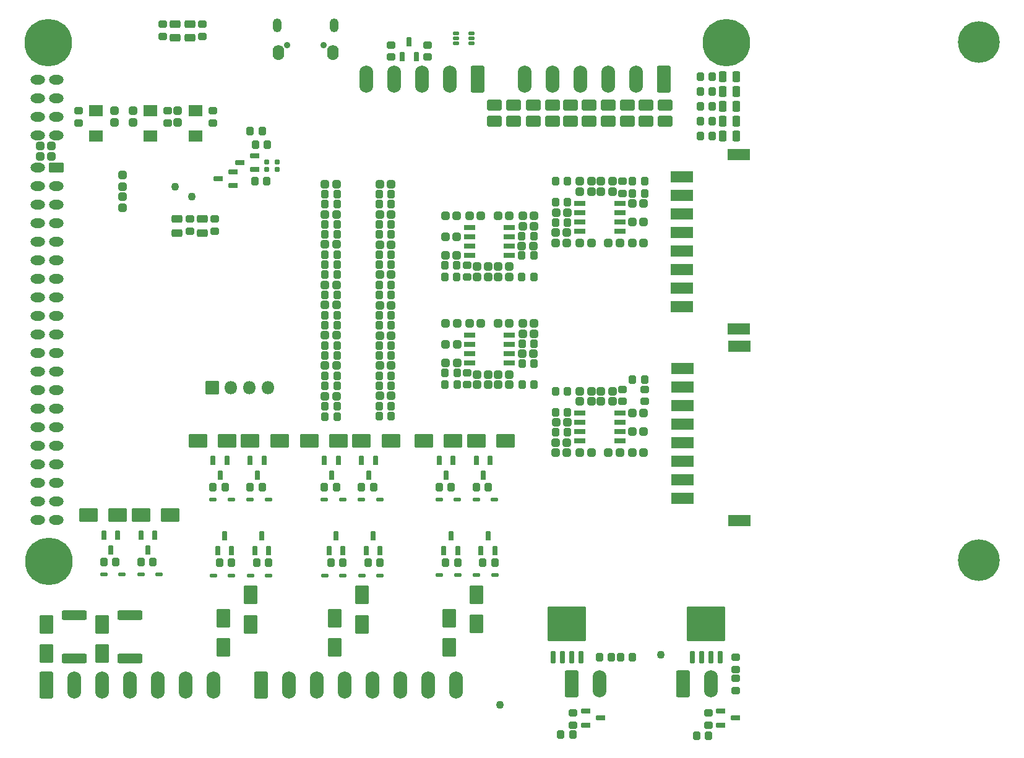
<source format=gbr>
%TF.GenerationSoftware,KiCad,Pcbnew,8.0.4*%
%TF.CreationDate,2024-10-07T12:30:42+07:00*%
%TF.ProjectId,System_Control,53797374-656d-45f4-936f-6e74726f6c2e,rev?*%
%TF.SameCoordinates,Original*%
%TF.FileFunction,Soldermask,Bot*%
%TF.FilePolarity,Negative*%
%FSLAX46Y46*%
G04 Gerber Fmt 4.6, Leading zero omitted, Abs format (unit mm)*
G04 Created by KiCad (PCBNEW 8.0.4) date 2024-10-07 12:30:42*
%MOMM*%
%LPD*%
G01*
G04 APERTURE LIST*
G04 Aperture macros list*
%AMRoundRect*
0 Rectangle with rounded corners*
0 $1 Rounding radius*
0 $2 $3 $4 $5 $6 $7 $8 $9 X,Y pos of 4 corners*
0 Add a 4 corners polygon primitive as box body*
4,1,4,$2,$3,$4,$5,$6,$7,$8,$9,$2,$3,0*
0 Add four circle primitives for the rounded corners*
1,1,$1+$1,$2,$3*
1,1,$1+$1,$4,$5*
1,1,$1+$1,$6,$7*
1,1,$1+$1,$8,$9*
0 Add four rect primitives between the rounded corners*
20,1,$1+$1,$2,$3,$4,$5,0*
20,1,$1+$1,$4,$5,$6,$7,0*
20,1,$1+$1,$6,$7,$8,$9,0*
20,1,$1+$1,$8,$9,$2,$3,0*%
G04 Aperture macros list end*
%ADD10O,0.901600X0.901600*%
%ADD11O,1.251600X1.901600*%
%ADD12O,1.551600X2.101600*%
%ADD13RoundRect,0.264111X0.686689X1.586689X-0.686689X1.586689X-0.686689X-1.586689X0.686689X-1.586689X0*%
%ADD14O,1.901600X3.701600*%
%ADD15RoundRect,0.264111X-0.686689X-1.586689X0.686689X-1.586689X0.686689X1.586689X-0.686689X1.586689X0*%
%ADD16C,0.901600*%
%ADD17C,6.501600*%
%ADD18C,3.701600*%
%ADD19C,5.701600*%
%ADD20RoundRect,0.050800X0.950000X0.600000X-0.950000X0.600000X-0.950000X-0.600000X0.950000X-0.600000X0*%
%ADD21O,2.001600X1.301600*%
%ADD22RoundRect,0.251000X0.251000X0.326000X-0.251000X0.326000X-0.251000X-0.326000X0.251000X-0.326000X0*%
%ADD23RoundRect,0.264111X0.686689X-1.036689X0.686689X1.036689X-0.686689X1.036689X-0.686689X-1.036689X0*%
%ADD24RoundRect,0.050800X-0.266700X-0.584200X0.266700X-0.584200X0.266700X0.584200X-0.266700X0.584200X0*%
%ADD25RoundRect,0.269150X-0.481650X0.269150X-0.481650X-0.269150X0.481650X-0.269150X0.481650X0.269150X0*%
%ADD26RoundRect,0.251000X-0.251000X-0.326000X0.251000X-0.326000X0.251000X0.326000X-0.251000X0.326000X0*%
%ADD27RoundRect,0.276000X0.276000X0.301000X-0.276000X0.301000X-0.276000X-0.301000X0.276000X-0.301000X0*%
%ADD28RoundRect,0.264111X-1.036689X-0.686689X1.036689X-0.686689X1.036689X0.686689X-1.036689X0.686689X0*%
%ADD29RoundRect,0.276000X-0.301000X0.276000X-0.301000X-0.276000X0.301000X-0.276000X0.301000X0.276000X0*%
%ADD30RoundRect,0.251000X-0.326000X0.251000X-0.326000X-0.251000X0.326000X-0.251000X0.326000X0.251000X0*%
%ADD31RoundRect,0.160400X-0.210400X0.160400X-0.210400X-0.160400X0.210400X-0.160400X0.210400X0.160400X0*%
%ADD32RoundRect,0.050800X0.266700X0.584200X-0.266700X0.584200X-0.266700X-0.584200X0.266700X-0.584200X0*%
%ADD33RoundRect,0.050800X0.730250X0.266700X-0.730250X0.266700X-0.730250X-0.266700X0.730250X-0.266700X0*%
%ADD34RoundRect,0.276000X-0.276000X-0.301000X0.276000X-0.301000X0.276000X0.301000X-0.276000X0.301000X0*%
%ADD35RoundRect,0.259080X-0.747920X-0.502920X0.747920X-0.502920X0.747920X0.502920X-0.747920X0.502920X0*%
%ADD36RoundRect,0.259080X0.747920X0.502920X-0.747920X0.502920X-0.747920X-0.502920X0.747920X-0.502920X0*%
%ADD37RoundRect,0.050800X0.457200X-0.177800X0.457200X0.177800X-0.457200X0.177800X-0.457200X-0.177800X0*%
%ADD38RoundRect,0.251000X0.326000X-0.251000X0.326000X0.251000X-0.326000X0.251000X-0.326000X-0.251000X0*%
%ADD39RoundRect,0.050800X-0.457200X0.177800X-0.457200X-0.177800X0.457200X-0.177800X0.457200X0.177800X0*%
%ADD40RoundRect,0.269150X-0.269150X-0.481650X0.269150X-0.481650X0.269150X0.481650X-0.269150X0.481650X0*%
%ADD41C,1.101600*%
%ADD42RoundRect,0.270735X-1.455065X0.392565X-1.455065X-0.392565X1.455065X-0.392565X1.455065X0.392565X0*%
%ADD43RoundRect,0.050800X-0.584200X0.266700X-0.584200X-0.266700X0.584200X-0.266700X0.584200X0.266700X0*%
%ADD44RoundRect,0.050800X0.368300X0.177800X-0.368300X0.177800X-0.368300X-0.177800X0.368300X-0.177800X0*%
%ADD45RoundRect,0.264111X1.036689X0.686689X-1.036689X0.686689X-1.036689X-0.686689X1.036689X-0.686689X0*%
%ADD46RoundRect,0.050800X0.266700X0.762000X-0.266700X0.762000X-0.266700X-0.762000X0.266700X-0.762000X0*%
%ADD47RoundRect,0.050800X2.565400X2.324100X-2.565400X2.324100X-2.565400X-2.324100X2.565400X-2.324100X0*%
%ADD48RoundRect,0.276000X0.301000X-0.276000X0.301000X0.276000X-0.301000X0.276000X-0.301000X-0.276000X0*%
%ADD49RoundRect,0.269150X0.269150X0.481650X-0.269150X0.481650X-0.269150X-0.481650X0.269150X-0.481650X0*%
%ADD50RoundRect,0.050800X-0.730250X-0.266700X0.730250X-0.266700X0.730250X0.266700X-0.730250X0.266700X0*%
%ADD51RoundRect,0.050800X0.584200X-0.266700X0.584200X0.266700X-0.584200X0.266700X-0.584200X-0.266700X0*%
%ADD52RoundRect,0.050800X-1.500000X0.700000X-1.500000X-0.700000X1.500000X-0.700000X1.500000X0.700000X0*%
%ADD53RoundRect,0.050800X-1.500000X0.750000X-1.500000X-0.750000X1.500000X-0.750000X1.500000X0.750000X0*%
%ADD54RoundRect,0.050800X0.850000X-0.750000X0.850000X0.750000X-0.850000X0.750000X-0.850000X-0.750000X0*%
%ADD55RoundRect,0.050800X-0.850000X0.750000X-0.850000X-0.750000X0.850000X-0.750000X0.850000X0.750000X0*%
%ADD56RoundRect,0.050800X-0.850000X0.850000X-0.850000X-0.850000X0.850000X-0.850000X0.850000X0.850000X0*%
%ADD57O,1.801600X1.801600*%
G04 APERTURE END LIST*
D10*
%TO.C,J2*%
X193350600Y-93444000D03*
X188350600Y-93444000D03*
D11*
X194725600Y-90694000D03*
D12*
X194575600Y-94494000D03*
X187125600Y-94494000D03*
D11*
X186975600Y-90694000D03*
%TD*%
D13*
%TO.C,J3*%
X214421800Y-98141201D03*
D14*
X210611800Y-98141201D03*
X206801800Y-98141201D03*
X202991800Y-98141201D03*
X199181800Y-98141201D03*
%TD*%
D13*
%TO.C,J1*%
X239872600Y-98129000D03*
D14*
X236062600Y-98129000D03*
X232252600Y-98129000D03*
X228442600Y-98129000D03*
X224632600Y-98129000D03*
X220822600Y-98129000D03*
%TD*%
D15*
%TO.C,J9*%
X184785000Y-181051200D03*
D14*
X188595000Y-181051200D03*
X192405000Y-181051200D03*
X196215000Y-181051200D03*
X200025000Y-181051200D03*
X203835000Y-181051200D03*
X207645000Y-181051200D03*
X211455000Y-181051200D03*
%TD*%
D16*
%TO.C,H1*%
X246005400Y-93116600D03*
X246708344Y-91419544D03*
X246708344Y-94813656D03*
X248405400Y-90716600D03*
D17*
X248405400Y-93116600D03*
D16*
X248405400Y-95516600D03*
X250102456Y-91419544D03*
X250102456Y-94813656D03*
X250805400Y-93116600D03*
%TD*%
D15*
%TO.C,J4*%
X242474800Y-180889400D03*
D14*
X246284800Y-180889400D03*
%TD*%
D15*
%TO.C,J10*%
X155346400Y-181051200D03*
D14*
X159156400Y-181051200D03*
X162966400Y-181051200D03*
X166776400Y-181051200D03*
X170586400Y-181051200D03*
X174396400Y-181051200D03*
X178206400Y-181051200D03*
%TD*%
D15*
%TO.C,J6*%
X227260200Y-180889400D03*
D14*
X231070200Y-180889400D03*
%TD*%
D18*
%TO.C,U4*%
X282979800Y-92986600D03*
D19*
X282979800Y-92986600D03*
D18*
X282979800Y-163986600D03*
D19*
X282979800Y-163986600D03*
D16*
X153221800Y-93116600D03*
X153321800Y-164116600D03*
X153924744Y-91419544D03*
X153924744Y-94813656D03*
X154024744Y-162419544D03*
X154024744Y-165813656D03*
X155621800Y-90716600D03*
D17*
X155621800Y-93116600D03*
D16*
X155621800Y-95516600D03*
X155721800Y-161716600D03*
D17*
X155721800Y-164116600D03*
D16*
X155721800Y-166516600D03*
D20*
X156749800Y-110226600D03*
D16*
X157318856Y-91419544D03*
X157318856Y-94813656D03*
X157418856Y-162419544D03*
X157418856Y-165813656D03*
X158021800Y-93116600D03*
X158121800Y-164116600D03*
D21*
X156749800Y-98186600D03*
X154209800Y-110226600D03*
X154209800Y-98186600D03*
X156749800Y-112766600D03*
X156749800Y-100726600D03*
X154209800Y-112766600D03*
X154209800Y-100726600D03*
X156749800Y-115306600D03*
X156749800Y-103266600D03*
X154209800Y-115306600D03*
X154209800Y-103266600D03*
X156749800Y-117846600D03*
X156749800Y-105806600D03*
X154209800Y-117846600D03*
X154209800Y-105806600D03*
X156749800Y-120386600D03*
X154209800Y-120386600D03*
X156749800Y-122926600D03*
X154209800Y-122926600D03*
X156749800Y-125466600D03*
X154209800Y-125466600D03*
X156749800Y-128006600D03*
X154209800Y-128006600D03*
X156749800Y-130546600D03*
X154209800Y-130546600D03*
X156749800Y-133086600D03*
X154209800Y-133086600D03*
X156749800Y-135626600D03*
X154209800Y-135626600D03*
X156749800Y-138166600D03*
X154209800Y-138166600D03*
X156749800Y-140706600D03*
X154209800Y-140706600D03*
X156749800Y-143246600D03*
X154209800Y-143246600D03*
X156749800Y-145786600D03*
X154209800Y-145786600D03*
X156749800Y-148326600D03*
X154209800Y-148326600D03*
X156749800Y-150866600D03*
X154209800Y-150866600D03*
X156749800Y-153406600D03*
X154209800Y-153406600D03*
X156749800Y-155946600D03*
X154209800Y-155946600D03*
X156749800Y-158486600D03*
X154209800Y-158486600D03*
%TD*%
D22*
%TO.C,R106*%
X195153000Y-138710000D03*
X193503000Y-138710000D03*
%TD*%
D23*
%TO.C,D50*%
X194817400Y-171911798D03*
X194817400Y-175911798D03*
%TD*%
D24*
%TO.C,Q9*%
X214203600Y-150314200D03*
X216103602Y-150314200D03*
X215153601Y-152346200D03*
%TD*%
D25*
%TO.C,D10*%
X173285200Y-117264700D03*
X173285200Y-119139700D03*
%TD*%
D26*
%TO.C,R69*%
X225026000Y-114990000D03*
X226676000Y-114990000D03*
%TD*%
D24*
%TO.C,Q17*%
X198507400Y-150333599D03*
X200407402Y-150333599D03*
X199457401Y-152365599D03*
%TD*%
D27*
%TO.C,C134*%
X214834850Y-131576200D03*
X213284850Y-131576200D03*
%TD*%
D26*
%TO.C,R87*%
X193503000Y-115228600D03*
X195153000Y-115228600D03*
%TD*%
%TO.C,R94*%
X200895400Y-126279400D03*
X202545400Y-126279400D03*
%TD*%
%TO.C,R141*%
X214203600Y-153946400D03*
X215853600Y-153946400D03*
%TD*%
D28*
%TO.C,D22*%
X211023602Y-147590000D03*
X207023602Y-147590000D03*
%TD*%
D22*
%TO.C,R115*%
X202545400Y-131814800D03*
X200895400Y-131814800D03*
%TD*%
D29*
%TO.C,C33*%
X164674600Y-102454200D03*
X164674600Y-104004200D03*
%TD*%
D22*
%TO.C,R107*%
X202545400Y-135955000D03*
X200895400Y-135955000D03*
%TD*%
D27*
%TO.C,C82*%
X237116000Y-149241000D03*
X235566000Y-149241000D03*
%TD*%
D22*
%TO.C,R76*%
X211564000Y-139932800D03*
X209914000Y-139932800D03*
%TD*%
%TO.C,R96*%
X195153000Y-117983600D03*
X193503000Y-117983600D03*
%TD*%
D30*
%TO.C,R62*%
X212937175Y-123549800D03*
X212937175Y-125199800D03*
%TD*%
%TO.C,R7*%
X176726000Y-90569300D03*
X176726000Y-92219300D03*
%TD*%
D22*
%TO.C,R58*%
X211550600Y-125199800D03*
X209900600Y-125199800D03*
%TD*%
D26*
%TO.C,R2*%
X244838000Y-97729800D03*
X246488000Y-97729800D03*
%TD*%
D22*
%TO.C,R40*%
X226676000Y-140859000D03*
X225026000Y-140859000D03*
%TD*%
D31*
%TO.C,R14*%
X185528000Y-109462600D03*
X185528000Y-110482600D03*
%TD*%
D22*
%TO.C,R136*%
X180727400Y-164315000D03*
X179077400Y-164315000D03*
%TD*%
D32*
%TO.C,Q7*%
X211663600Y-162709400D03*
X209763598Y-162709400D03*
X210713599Y-160677400D03*
%TD*%
D33*
%TO.C,U10*%
X218733150Y-133176400D03*
X218733150Y-134446400D03*
X218733150Y-135716400D03*
X218733150Y-136986400D03*
X213284850Y-136986400D03*
X213284850Y-135716400D03*
X213284850Y-134446400D03*
X213284850Y-133176400D03*
%TD*%
D26*
%TO.C,R1*%
X244838000Y-103825800D03*
X246488000Y-103825800D03*
%TD*%
D34*
%TO.C,C58*%
X225126000Y-145100800D03*
X226676000Y-145100800D03*
%TD*%
D26*
%TO.C,R110*%
X200895400Y-117999000D03*
X202545400Y-117999000D03*
%TD*%
D35*
%TO.C,C4*%
X232252600Y-103865300D03*
X234852600Y-103865300D03*
%TD*%
D26*
%TO.C,R5*%
X244838000Y-105857800D03*
X246488000Y-105857800D03*
%TD*%
D36*
%TO.C,C7*%
X229671400Y-103865300D03*
X227071400Y-103865300D03*
%TD*%
D34*
%TO.C,C130*%
X210014000Y-131576200D03*
X211564000Y-131576200D03*
%TD*%
%TO.C,C45*%
X220540600Y-116779800D03*
X222090600Y-116779800D03*
%TD*%
D26*
%TO.C,R50*%
X220440600Y-119587400D03*
X222090600Y-119587400D03*
%TD*%
D22*
%TO.C,R17*%
X185616000Y-107038000D03*
X183966000Y-107038000D03*
%TD*%
D36*
%TO.C,C3*%
X224632600Y-101630100D03*
X222032600Y-101630100D03*
%TD*%
D32*
%TO.C,Q15*%
X195967400Y-162728400D03*
X194067398Y-162728400D03*
X195017399Y-160696400D03*
%TD*%
D26*
%TO.C,R161*%
X193427400Y-153972999D03*
X195077400Y-153972999D03*
%TD*%
D37*
%TO.C,D21*%
X178187400Y-155692999D03*
X180676600Y-155692999D03*
%TD*%
D38*
%TO.C,R52*%
X237216000Y-142230600D03*
X237216000Y-140580600D03*
%TD*%
D34*
%TO.C,C122*%
X217183150Y-139932800D03*
X218733150Y-139932800D03*
%TD*%
D22*
%TO.C,R12*%
X184930200Y-105190200D03*
X183280200Y-105190200D03*
%TD*%
D39*
%TO.C,D24*%
X211663600Y-166036800D03*
X209174400Y-166036800D03*
%TD*%
D26*
%TO.C,R174*%
X168318600Y-164209199D03*
X169968600Y-164209199D03*
%TD*%
D24*
%TO.C,Q14*%
X163238600Y-160569799D03*
X165138602Y-160569799D03*
X164188601Y-162601799D03*
%TD*%
D30*
%TO.C,R6*%
X171290400Y-90569300D03*
X171290400Y-92219300D03*
%TD*%
D27*
%TO.C,C146*%
X195053000Y-120740400D03*
X193503000Y-120740400D03*
%TD*%
D26*
%TO.C,R108*%
X200895400Y-134585200D03*
X202545400Y-134585200D03*
%TD*%
%TO.C,R46*%
X220440600Y-125199800D03*
X222090600Y-125199800D03*
%TD*%
D37*
%TO.C,D53*%
X168318600Y-165929199D03*
X170807800Y-165929199D03*
%TD*%
D22*
%TO.C,R135*%
X211663600Y-164296000D03*
X210013600Y-164296000D03*
%TD*%
D27*
%TO.C,C121*%
X237116000Y-117643400D03*
X235566000Y-117643400D03*
%TD*%
%TO.C,C53*%
X215830800Y-123790200D03*
X214280800Y-123790200D03*
%TD*%
D22*
%TO.C,R18*%
X185539800Y-112067200D03*
X183889800Y-112067200D03*
%TD*%
D34*
%TO.C,C144*%
X200995400Y-137340200D03*
X202545400Y-137340200D03*
%TD*%
%TO.C,C50*%
X231285800Y-140859000D03*
X232835800Y-140859000D03*
%TD*%
D30*
%TO.C,R198*%
X227424400Y-184888401D03*
X227424400Y-186538401D03*
%TD*%
D22*
%TO.C,R90*%
X195153000Y-130404200D03*
X193503000Y-130404200D03*
%TD*%
D34*
%TO.C,C149*%
X200995400Y-116613800D03*
X202545400Y-116613800D03*
%TD*%
D22*
%TO.C,R74*%
X226676000Y-117756800D03*
X225026000Y-117756800D03*
%TD*%
D27*
%TO.C,C113*%
X229946850Y-120539000D03*
X228396850Y-120539000D03*
%TD*%
D32*
%TO.C,Q19*%
X201047400Y-162728400D03*
X199147398Y-162728400D03*
X200097399Y-160696400D03*
%TD*%
D40*
%TO.C,D5*%
X247925500Y-105857800D03*
X249800500Y-105857800D03*
%TD*%
D41*
%TO.C,TP2*%
X175291800Y-114214400D03*
%TD*%
D24*
%TO.C,Q10*%
X183267400Y-150333599D03*
X185167402Y-150333599D03*
X184217401Y-152365599D03*
%TD*%
D37*
%TO.C,D52*%
X198507400Y-155692999D03*
X200996600Y-155692999D03*
%TD*%
D39*
%TO.C,D32*%
X216743600Y-166036800D03*
X214254400Y-166036800D03*
%TD*%
D34*
%TO.C,C118*%
X210014000Y-134446400D03*
X211564000Y-134446400D03*
%TD*%
D26*
%TO.C,R193*%
X244342600Y-188015000D03*
X245992600Y-188015000D03*
%TD*%
D37*
%TO.C,D45*%
X163238600Y-165929199D03*
X165727800Y-165929199D03*
%TD*%
D27*
%TO.C,C117*%
X237116000Y-115103400D03*
X235566000Y-115103400D03*
%TD*%
D30*
%TO.C,R59*%
X234245200Y-140580600D03*
X234245200Y-142230600D03*
%TD*%
D37*
%TO.C,D20*%
X209123600Y-155673600D03*
X211612800Y-155673600D03*
%TD*%
D38*
%TO.C,R26*%
X159786000Y-104104200D03*
X159786000Y-102454200D03*
%TD*%
D36*
%TO.C,C5*%
X224632600Y-103865300D03*
X222032600Y-103865300D03*
%TD*%
D22*
%TO.C,R199*%
X232720200Y-177296500D03*
X231070200Y-177296500D03*
%TD*%
D27*
%TO.C,C151*%
X195053000Y-141492200D03*
X193503000Y-141492200D03*
%TD*%
D26*
%TO.C,R105*%
X193503000Y-140083400D03*
X195153000Y-140083400D03*
%TD*%
D22*
%TO.C,R99*%
X202545400Y-140095200D03*
X200895400Y-140095200D03*
%TD*%
D41*
%TO.C,TP3*%
X173031200Y-112817400D03*
%TD*%
D22*
%TO.C,R47*%
X226676000Y-146484200D03*
X225026000Y-146484200D03*
%TD*%
D39*
%TO.C,D33*%
X185807400Y-166055800D03*
X183318200Y-166055800D03*
%TD*%
D22*
%TO.C,R167*%
X195967400Y-164315000D03*
X194317400Y-164315000D03*
%TD*%
D34*
%TO.C,C110*%
X217183150Y-131576200D03*
X218733150Y-131576200D03*
%TD*%
%TO.C,C114*%
X210014000Y-136986400D03*
X211564000Y-136986400D03*
%TD*%
D22*
%TO.C,R148*%
X185807400Y-164315000D03*
X184157400Y-164315000D03*
%TD*%
D26*
%TO.C,R4*%
X244838000Y-101793800D03*
X246488000Y-101793800D03*
%TD*%
D22*
%TO.C,R101*%
X202545400Y-123509000D03*
X200895400Y-123509000D03*
%TD*%
D27*
%TO.C,C97*%
X226576000Y-119116600D03*
X225026000Y-119116600D03*
%TD*%
D34*
%TO.C,C73*%
X210000600Y-119650000D03*
X211550600Y-119650000D03*
%TD*%
%TO.C,C77*%
X217169750Y-125199800D03*
X218719750Y-125199800D03*
%TD*%
D26*
%TO.C,R129*%
X209123600Y-153946400D03*
X210773600Y-153946400D03*
%TD*%
D34*
%TO.C,C152*%
X200995400Y-129059800D03*
X202545400Y-129059800D03*
%TD*%
D32*
%TO.C,Q11*%
X216743600Y-162709400D03*
X214843598Y-162709400D03*
X215793599Y-160677400D03*
%TD*%
D27*
%TO.C,C150*%
X195053000Y-126252200D03*
X193503000Y-126252200D03*
%TD*%
D38*
%TO.C,R202*%
X202508800Y-95088200D03*
X202508800Y-93438200D03*
%TD*%
D23*
%TO.C,D58*%
X198558200Y-168736000D03*
X198558200Y-172736000D03*
%TD*%
D22*
%TO.C,R197*%
X235603200Y-177296500D03*
X233953200Y-177296500D03*
%TD*%
D42*
%TO.C,R182*%
X166776400Y-171510000D03*
X166776400Y-177435000D03*
%TD*%
D22*
%TO.C,R93*%
X202545400Y-127674600D03*
X200895400Y-127674600D03*
%TD*%
D43*
%TO.C,Q1*%
X183955400Y-108582598D03*
X183955400Y-110482600D03*
X181923400Y-109532599D03*
%TD*%
D32*
%TO.C,Q8*%
X180727400Y-162728400D03*
X178827398Y-162728400D03*
X179777399Y-160696400D03*
%TD*%
D37*
%TO.C,D44*%
X193427400Y-155692999D03*
X195916600Y-155692999D03*
%TD*%
D44*
%TO.C,D11*%
X213544200Y-91862400D03*
X213544200Y-92522800D03*
X213544200Y-93183200D03*
X211461400Y-93183200D03*
X211461400Y-92522800D03*
X211461400Y-91862400D03*
%TD*%
D45*
%TO.C,D31*%
X183267400Y-147590798D03*
X187267400Y-147590798D03*
%TD*%
D23*
%TO.C,D27*%
X179559000Y-171911798D03*
X179559000Y-175911798D03*
%TD*%
D22*
%TO.C,R45*%
X222090600Y-122252600D03*
X220440600Y-122252600D03*
%TD*%
D34*
%TO.C,C69*%
X210000600Y-122190000D03*
X211550600Y-122190000D03*
%TD*%
D46*
%TO.C,Q22*%
X247554800Y-177296500D03*
X246284800Y-177296500D03*
X245014800Y-177296500D03*
X243744800Y-177296500D03*
D47*
X245649800Y-172685200D03*
%TD*%
D48*
%TO.C,C15*%
X167264400Y-104004200D03*
X167264400Y-102454200D03*
%TD*%
D36*
%TO.C,C8*%
X240034600Y-101630100D03*
X237434600Y-101630100D03*
%TD*%
D26*
%TO.C,R39*%
X225026000Y-143717400D03*
X226676000Y-143717400D03*
%TD*%
D49*
%TO.C,D1*%
X249800500Y-103825800D03*
X247925500Y-103825800D03*
%TD*%
D34*
%TO.C,C65*%
X217169750Y-116779800D03*
X218719750Y-116779800D03*
%TD*%
%TO.C,C137*%
X232295150Y-120539000D03*
X233845150Y-120539000D03*
%TD*%
D26*
%TO.C,R64*%
X220454000Y-139932800D03*
X222104000Y-139932800D03*
%TD*%
D39*
%TO.C,D56*%
X201047400Y-166055800D03*
X198558200Y-166055800D03*
%TD*%
D26*
%TO.C,R113*%
X193503000Y-144299800D03*
X195153000Y-144299800D03*
%TD*%
D34*
%TO.C,C153*%
X200995400Y-112473600D03*
X202545400Y-112473600D03*
%TD*%
D27*
%TO.C,C57*%
X215830800Y-125199800D03*
X214280800Y-125199800D03*
%TD*%
%TO.C,C147*%
X195053000Y-137326600D03*
X193503000Y-137326600D03*
%TD*%
%TO.C,C133*%
X237116000Y-120539000D03*
X235566000Y-120539000D03*
%TD*%
D34*
%TO.C,C140*%
X200995400Y-141480400D03*
X202545400Y-141480400D03*
%TD*%
D26*
%TO.C,R162*%
X163238600Y-164209199D03*
X164888600Y-164209199D03*
%TD*%
D23*
%TO.C,D59*%
X162966400Y-172747500D03*
X162966400Y-176747500D03*
%TD*%
D46*
%TO.C,Q23*%
X228530200Y-177296500D03*
X227260200Y-177296500D03*
X225990200Y-177296500D03*
X224720200Y-177296500D03*
D47*
X226625200Y-172685200D03*
%TD*%
D48*
%TO.C,C154*%
X165817600Y-115751400D03*
X165817600Y-114201400D03*
%TD*%
D45*
%TO.C,D54*%
X198507400Y-147590798D03*
X202507400Y-147590798D03*
%TD*%
D27*
%TO.C,C78*%
X229946850Y-142230600D03*
X228396850Y-142230600D03*
%TD*%
D49*
%TO.C,D3*%
X249800500Y-99761800D03*
X247925500Y-99761800D03*
%TD*%
%TO.C,D4*%
X249800500Y-101793800D03*
X247925500Y-101793800D03*
%TD*%
D26*
%TO.C,R92*%
X200895400Y-142865600D03*
X202545400Y-142865600D03*
%TD*%
D38*
%TO.C,R86*%
X234204825Y-113756200D03*
X234204825Y-112106200D03*
%TD*%
D27*
%TO.C,C106*%
X222004000Y-135716400D03*
X220454000Y-135716400D03*
%TD*%
D25*
%TO.C,D9*%
X176688800Y-117264700D03*
X176688800Y-119139700D03*
%TD*%
D38*
%TO.C,R196*%
X249739200Y-181815600D03*
X249739200Y-180165600D03*
%TD*%
D26*
%TO.C,R100*%
X200895400Y-138725400D03*
X202545400Y-138725400D03*
%TD*%
D48*
%TO.C,C16*%
X173361400Y-104004200D03*
X173361400Y-102454200D03*
%TD*%
D26*
%TO.C,R97*%
X193503000Y-135943200D03*
X195153000Y-135943200D03*
%TD*%
D30*
%TO.C,R15*%
X172014200Y-102454200D03*
X172014200Y-104104200D03*
%TD*%
D29*
%TO.C,C157*%
X165766800Y-111242000D03*
X165766800Y-112792000D03*
%TD*%
D25*
%TO.C,D8*%
X175012400Y-90569300D03*
X175012400Y-92444300D03*
%TD*%
D34*
%TO.C,C85*%
X210000600Y-116779800D03*
X211550600Y-116779800D03*
%TD*%
%TO.C,C90*%
X220554000Y-131576200D03*
X222104000Y-131576200D03*
%TD*%
D26*
%TO.C,R111*%
X193503000Y-127623800D03*
X195153000Y-127623800D03*
%TD*%
D27*
%TO.C,C74*%
X229946850Y-140859000D03*
X228396850Y-140859000D03*
%TD*%
D28*
%TO.C,D46*%
X195327402Y-147590798D03*
X191327402Y-147590798D03*
%TD*%
D50*
%TO.C,U6*%
X228396850Y-147640800D03*
X228396850Y-146370800D03*
X228396850Y-145100800D03*
X228396850Y-143830800D03*
X233845150Y-143830800D03*
X233845150Y-145100800D03*
X233845150Y-146370800D03*
X233845150Y-147640800D03*
%TD*%
D27*
%TO.C,C102*%
X215844200Y-139932800D03*
X214294200Y-139932800D03*
%TD*%
D35*
%TO.C,C2*%
X216693800Y-103865300D03*
X219293800Y-103865300D03*
%TD*%
D27*
%TO.C,C34*%
X156102400Y-107280200D03*
X154552400Y-107280200D03*
%TD*%
D26*
%TO.C,R82*%
X235566000Y-112106200D03*
X237216000Y-112106200D03*
%TD*%
D51*
%TO.C,Q21*%
X247707200Y-186540800D03*
X247707200Y-184640798D03*
X249739200Y-185590799D03*
%TD*%
D23*
%TO.C,D51*%
X155378200Y-172747500D03*
X155378200Y-176747500D03*
%TD*%
D27*
%TO.C,C125*%
X229946850Y-112106200D03*
X228396850Y-112106200D03*
%TD*%
D22*
%TO.C,R114*%
X195153000Y-142875600D03*
X193503000Y-142875600D03*
%TD*%
D41*
%TO.C,TP4*%
X239477600Y-176952400D03*
%TD*%
D22*
%TO.C,R95*%
X195153000Y-119355200D03*
X193503000Y-119355200D03*
%TD*%
D27*
%TO.C,C142*%
X195053000Y-116600200D03*
X193503000Y-116600200D03*
%TD*%
D34*
%TO.C,C109*%
X225126000Y-116373400D03*
X226676000Y-116373400D03*
%TD*%
D23*
%TO.C,D34*%
X214254400Y-168717000D03*
X214254400Y-172717000D03*
%TD*%
D27*
%TO.C,C62*%
X229946850Y-149241000D03*
X228396850Y-149241000D03*
%TD*%
D25*
%TO.C,D7*%
X172980400Y-90569300D03*
X172980400Y-92444300D03*
%TD*%
D37*
%TO.C,D28*%
X214203600Y-155673600D03*
X216692800Y-155673600D03*
%TD*%
D38*
%TO.C,R201*%
X207538000Y-95088200D03*
X207538000Y-93438200D03*
%TD*%
D22*
%TO.C,R63*%
X222104000Y-137074400D03*
X220454000Y-137074400D03*
%TD*%
D27*
%TO.C,C129*%
X229946850Y-113477800D03*
X228396850Y-113477800D03*
%TD*%
D30*
%TO.C,R195*%
X245991800Y-184890800D03*
X245991800Y-186540800D03*
%TD*%
%TO.C,R83*%
X212925175Y-138282800D03*
X212925175Y-139932800D03*
%TD*%
D24*
%TO.C,Q18*%
X168318600Y-160569799D03*
X170218602Y-160569799D03*
X169268601Y-162601799D03*
%TD*%
D39*
%TO.C,D25*%
X180727400Y-166055800D03*
X178238200Y-166055800D03*
%TD*%
D42*
%TO.C,R170*%
X159156400Y-171510000D03*
X159156400Y-177435000D03*
%TD*%
D22*
%TO.C,R109*%
X202545400Y-119368800D03*
X200895400Y-119368800D03*
%TD*%
D52*
%TO.C,J12*%
X250109800Y-108436600D03*
X250109800Y-132336600D03*
D53*
X242309800Y-129276600D03*
X242309800Y-126736600D03*
X242309800Y-124196600D03*
X242309800Y-121656600D03*
X242309800Y-119116600D03*
X242309800Y-116576600D03*
X242309800Y-114036600D03*
X242309800Y-111496600D03*
%TD*%
D22*
%TO.C,R98*%
X195153000Y-134569800D03*
X193503000Y-134569800D03*
%TD*%
D24*
%TO.C,Q6*%
X178187400Y-150333599D03*
X180087402Y-150333599D03*
X179137401Y-152365599D03*
%TD*%
D54*
%TO.C,SW1*%
X169625600Y-105854200D03*
X169625600Y-102454200D03*
%TD*%
D26*
%TO.C,R142*%
X183267400Y-153972999D03*
X184917400Y-153972999D03*
%TD*%
%TO.C,R102*%
X200895400Y-122139200D03*
X202545400Y-122139200D03*
%TD*%
D27*
%TO.C,C35*%
X156102400Y-108677200D03*
X154552400Y-108677200D03*
%TD*%
%TO.C,C93*%
X226576000Y-120539000D03*
X225026000Y-120539000D03*
%TD*%
D55*
%TO.C,SW3*%
X162186400Y-102454800D03*
X162186400Y-105854800D03*
%TD*%
D22*
%TO.C,R91*%
X202545400Y-144235400D03*
X200895400Y-144235400D03*
%TD*%
D26*
%TO.C,R89*%
X193503000Y-131803000D03*
X195153000Y-131803000D03*
%TD*%
D34*
%TO.C,C86*%
X232295150Y-149241000D03*
X233845150Y-149241000D03*
%TD*%
D39*
%TO.C,D48*%
X195967400Y-166055800D03*
X193478200Y-166055800D03*
%TD*%
D27*
%TO.C,C89*%
X214821450Y-116779800D03*
X213271450Y-116779800D03*
%TD*%
%TO.C,C98*%
X215844200Y-138586600D03*
X214294200Y-138586600D03*
%TD*%
D26*
%TO.C,R103*%
X193503000Y-123497200D03*
X195153000Y-123497200D03*
%TD*%
D34*
%TO.C,C141*%
X200995400Y-124894200D03*
X202545400Y-124894200D03*
%TD*%
D37*
%TO.C,D29*%
X183267400Y-155692999D03*
X185756600Y-155692999D03*
%TD*%
D34*
%TO.C,C49*%
X220540600Y-118253000D03*
X222090600Y-118253000D03*
%TD*%
D50*
%TO.C,U13*%
X228396850Y-118913400D03*
X228396850Y-117643400D03*
X228396850Y-116373400D03*
X228396850Y-115103400D03*
X233845150Y-115103400D03*
X233845150Y-116373400D03*
X233845150Y-117643400D03*
X233845150Y-118913400D03*
%TD*%
D22*
%TO.C,R179*%
X201047400Y-164315000D03*
X199397400Y-164315000D03*
%TD*%
D34*
%TO.C,C101*%
X231285800Y-113477800D03*
X232835800Y-113477800D03*
%TD*%
D27*
%TO.C,C61*%
X221990600Y-120920000D03*
X220440600Y-120920000D03*
%TD*%
D26*
%TO.C,R57*%
X209900600Y-123549800D03*
X211550600Y-123549800D03*
%TD*%
D34*
%TO.C,C148*%
X200995400Y-133200000D03*
X202545400Y-133200000D03*
%TD*%
D26*
%TO.C,R130*%
X178187400Y-153972999D03*
X179837400Y-153972999D03*
%TD*%
D22*
%TO.C,R70*%
X226676000Y-112106200D03*
X225026000Y-112106200D03*
%TD*%
D28*
%TO.C,D47*%
X165138602Y-157826998D03*
X161138602Y-157826998D03*
%TD*%
D36*
%TO.C,C10*%
X240034600Y-103865300D03*
X237434600Y-103865300D03*
%TD*%
D22*
%TO.C,R112*%
X195153000Y-124880600D03*
X193503000Y-124880600D03*
%TD*%
D27*
%TO.C,C139*%
X195053000Y-129020800D03*
X193503000Y-129020800D03*
%TD*%
%TO.C,C66*%
X237116000Y-143830800D03*
X235566000Y-143830800D03*
%TD*%
D43*
%TO.C,Q2*%
X180930600Y-110760000D03*
X180930600Y-112660002D03*
X178898600Y-111710001D03*
%TD*%
D54*
%TO.C,SW2*%
X175748000Y-105854200D03*
X175748000Y-102454200D03*
%TD*%
D56*
%TO.C,J5*%
X178060400Y-140325600D03*
D57*
X180600400Y-140325600D03*
X183140400Y-140325600D03*
X185680400Y-140325600D03*
%TD*%
D30*
%TO.C,R27*%
X178402400Y-117264700D03*
X178402400Y-118914700D03*
%TD*%
D34*
%TO.C,C145*%
X200995400Y-120754000D03*
X202545400Y-120754000D03*
%TD*%
D26*
%TO.C,R75*%
X209914000Y-138282800D03*
X211564000Y-138282800D03*
%TD*%
D35*
%TO.C,C6*%
X232252600Y-101630100D03*
X234852600Y-101630100D03*
%TD*%
D34*
%TO.C,C94*%
X220554000Y-132998600D03*
X222104000Y-132998600D03*
%TD*%
D30*
%TO.C,R28*%
X174998800Y-117264700D03*
X174998800Y-118914700D03*
%TD*%
D26*
%TO.C,R118*%
X200895400Y-113858800D03*
X202545400Y-113858800D03*
%TD*%
D51*
%TO.C,Q24*%
X229241400Y-186540800D03*
X229241400Y-184640798D03*
X231273400Y-185590799D03*
%TD*%
D45*
%TO.C,D55*%
X168318600Y-157826998D03*
X172318600Y-157826998D03*
%TD*%
D26*
%TO.C,R173*%
X198507400Y-153972999D03*
X200157400Y-153972999D03*
%TD*%
D22*
%TO.C,R88*%
X195153000Y-113858800D03*
X193503000Y-113858800D03*
%TD*%
D26*
%TO.C,R116*%
X200895400Y-130445000D03*
X202545400Y-130445000D03*
%TD*%
D45*
%TO.C,D30*%
X214203600Y-147590000D03*
X218203600Y-147590000D03*
%TD*%
D35*
%TO.C,C1*%
X216693800Y-101630100D03*
X219293800Y-101630100D03*
%TD*%
D24*
%TO.C,Q5*%
X209123600Y-150314200D03*
X211023602Y-150314200D03*
X210073601Y-152346200D03*
%TD*%
D22*
%TO.C,R81*%
X237216000Y-113756200D03*
X235566000Y-113756200D03*
%TD*%
D38*
%TO.C,R194*%
X249739200Y-178946500D03*
X249739200Y-177296500D03*
%TD*%
D41*
%TO.C,TP1*%
X217405000Y-183785000D03*
%TD*%
D22*
%TO.C,R117*%
X202545400Y-115228600D03*
X200895400Y-115228600D03*
%TD*%
D32*
%TO.C,Q12*%
X185807400Y-162728400D03*
X183907398Y-162728400D03*
X184857399Y-160696400D03*
%TD*%
D52*
%TO.C,J11*%
X250196400Y-134661400D03*
X250196400Y-158561400D03*
D53*
X242396400Y-155501400D03*
X242396400Y-152961400D03*
X242396400Y-150421400D03*
X242396400Y-147881400D03*
X242396400Y-145341400D03*
X242396400Y-142801400D03*
X242396400Y-140261400D03*
X242396400Y-137721400D03*
%TD*%
D22*
%TO.C,R104*%
X195153000Y-122123800D03*
X193503000Y-122123800D03*
%TD*%
%TO.C,R51*%
X237216000Y-139270600D03*
X235566000Y-139270600D03*
%TD*%
D27*
%TO.C,C46*%
X226576000Y-147869400D03*
X225026000Y-147869400D03*
%TD*%
D33*
%TO.C,U9*%
X218719750Y-118380000D03*
X218719750Y-119650000D03*
X218719750Y-120920000D03*
X218719750Y-122190000D03*
X213271450Y-122190000D03*
X213271450Y-120920000D03*
X213271450Y-119650000D03*
X213271450Y-118380000D03*
%TD*%
D26*
%TO.C,R3*%
X244838000Y-99761800D03*
X246488000Y-99761800D03*
%TD*%
D34*
%TO.C,C126*%
X217183150Y-138586600D03*
X218733150Y-138586600D03*
%TD*%
D23*
%TO.C,D35*%
X183318200Y-168736000D03*
X183318200Y-172736000D03*
%TD*%
D26*
%TO.C,R71*%
X220454000Y-134358400D03*
X222104000Y-134358400D03*
%TD*%
D31*
%TO.C,R13*%
X186927200Y-109462600D03*
X186927200Y-110482600D03*
%TD*%
D22*
%TO.C,R200*%
X227424400Y-187860800D03*
X225774400Y-187860800D03*
%TD*%
D34*
%TO.C,C81*%
X217169750Y-123790200D03*
X218719750Y-123790200D03*
%TD*%
D27*
%TO.C,C143*%
X195053000Y-133186400D03*
X193503000Y-133186400D03*
%TD*%
D24*
%TO.C,Q13*%
X193427400Y-150333599D03*
X195327402Y-150333599D03*
X194377401Y-152365599D03*
%TD*%
D22*
%TO.C,R147*%
X216743600Y-164296000D03*
X215093600Y-164296000D03*
%TD*%
D28*
%TO.C,D23*%
X180087402Y-147590798D03*
X176087402Y-147590798D03*
%TD*%
D27*
%TO.C,C70*%
X237116000Y-146370800D03*
X235566000Y-146370800D03*
%TD*%
D30*
%TO.C,R16*%
X178162000Y-102454200D03*
X178162000Y-104104200D03*
%TD*%
D32*
%TO.C,D62*%
X205975000Y-95088200D03*
X204074998Y-95088200D03*
X205024999Y-93056200D03*
%TD*%
D36*
%TO.C,C9*%
X229671400Y-101630100D03*
X227071400Y-101630100D03*
%TD*%
D34*
%TO.C,C54*%
X231285800Y-142230600D03*
X232835800Y-142230600D03*
%TD*%
D27*
%TO.C,C138*%
X195053000Y-112473600D03*
X193503000Y-112473600D03*
%TD*%
D34*
%TO.C,C105*%
X231285800Y-112106200D03*
X232835800Y-112106200D03*
%TD*%
D49*
%TO.C,D2*%
X249800500Y-97729800D03*
X247925500Y-97729800D03*
%TD*%
D27*
%TO.C,C42*%
X226576000Y-149241000D03*
X225026000Y-149241000D03*
%TD*%
D23*
%TO.C,D26*%
X210496200Y-171911000D03*
X210496200Y-175911000D03*
%TD*%
M02*

</source>
